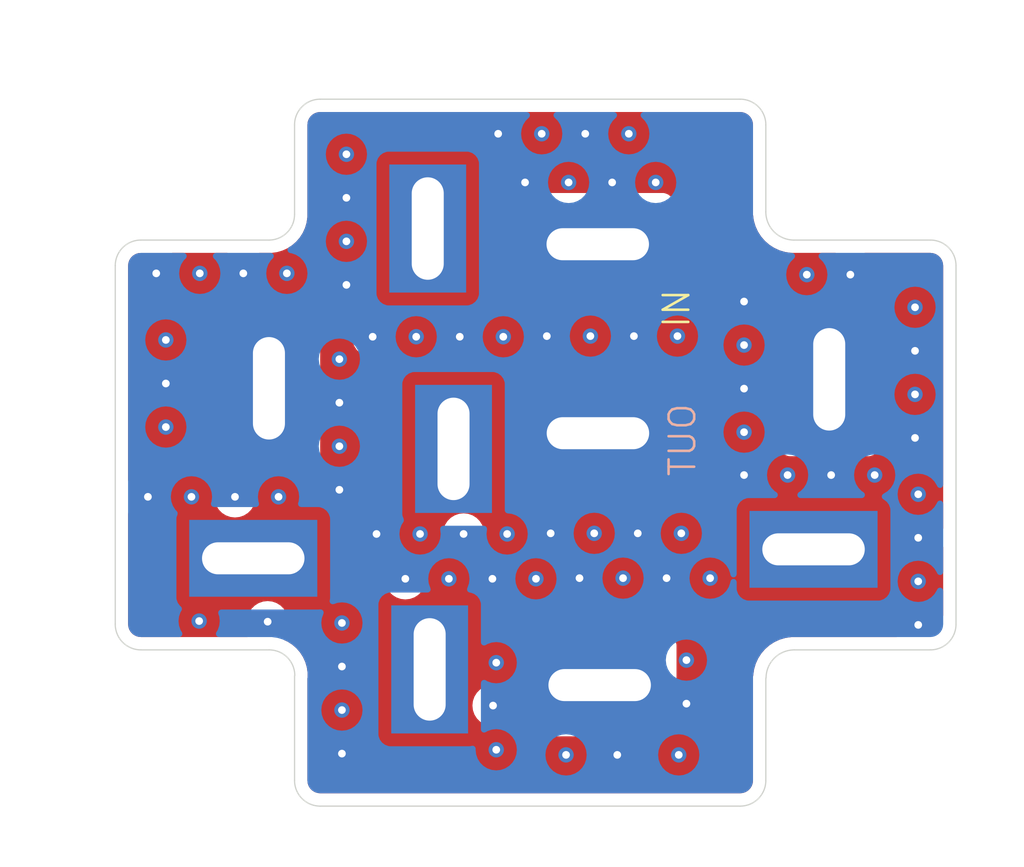
<source format=kicad_pcb>
(kicad_pcb (version 20240108) (generator "pcbnew") (generator_version "8.0")
  (layers (0 "F.Cu" signal) (1 "In1.Cu" signal) (2 "In2.Cu" signal) (3 "In3.Cu" signal) (4 "In4.Cu" signal) (31 "B.Cu" signal) (34 "B.Paste" user) (35 "F.Paste" user) (36 "B.SilkS" user "B.Silkscreen") (37 "F.SilkS" user "F.Silkscreen") (38 "B.Mask" user) (39 "F.Mask" user) (44 "Edge.Cuts" user))
  (net 0 "")
  (net 1 "GND")
  (net 2 "Net-(J1-Pin_1)")
  (footprint "deans_fp:Deans Connector Male" (layer "F.Cu") (at 93.8446 51.9033 90)
    (property "Reference" "J1" (hide yes))
    (property "Value" "Conn_01x02")
    (pad "1" thru_hole rect (at 4.25 3.3625 270) (size 5 3) (drill oval 4 1.25) (layers "*.Cu" "*.Mask") (net 2 "Net-(J1-Pin_1)"))
    (pad "2" thru_hole rect (at 4.8625 9) (size 5 3) (drill oval 4 1.25) (layers "*.Cu" "*.Mask") (net 1 "GND"))
  )
  (footprint "deans_fp:Deans Connector Female" (layer "B.Cu") (at 85.1375 54.2875)
    (property "Reference" "J5" (hide yes))
    (property "Value" "Conn_01x02")
    (pad "1" thru_hole rect (at 4.25 -2.3625) (size 5 3) (drill oval 4 1.25) (layers "*.Cu" "*.Mask") (net 2 "Net-(J1-Pin_1)"))
    (pad "2" thru_hole rect (at 4.8625 -9 270) (size 5 3) (drill oval 4 1.25) (layers "*.Cu" "*.Mask") (net 1 "GND"))
  )
  (footprint "deans_fp:Deans Connector Female" (layer "B.Cu") (at 93.9125 52.0125 -90)
    (property "Reference" "J3" (hide yes))
    (property "Value" "Conn_01x02")
    (pad "1" thru_hole rect (at 4.25 -2.3625 270) (size 5 3) (drill oval 4 1.25) (layers "*.Cu" "*.Mask") (net 2 "Net-(J1-Pin_1)"))
    (pad "2" thru_hole rect (at 4.8625 -9 180) (size 5 3) (drill oval 4 1.25) (layers "*.Cu" "*.Mask") (net 1 "GND"))
  )
  (footprint "deans_fp:Deans Connector Female" (layer "B.Cu") (at 107.0125 53.9375)
    (property "Reference" "J4" (hide yes))
    (property "Value" "Conn_01x02")
    (pad "1" thru_hole rect (at 4.25 -2.3625) (size 5 3) (drill oval 4 1.25) (layers "*.Cu" "*.Mask") (net 2 "Net-(J1-Pin_1)"))
    (pad "2" thru_hole rect (at 4.8625 -9 270) (size 5 3) (drill oval 4 1.25) (layers "*.Cu" "*.Mask") (net 1 "GND"))
  )
  (footprint "deans_fp:Deans Connector Female" (layer "B.Cu") (at 93.8375 34.8 -90)
    (property "Reference" "J2" (hide yes))
    (property "Value" "Conn_01x02")
    (pad "1" thru_hole rect (at 4.25 -2.3625 270) (size 5 3) (drill oval 4 1.25) (layers "*.Cu" "*.Mask") (net 2 "Net-(J1-Pin_1)"))
    (pad "2" thru_hole rect (at 4.8625 -9 180) (size 5 3) (drill oval 4 1.25) (layers "*.Cu" "*.Mask") (net 1 "GND"))
  )
  (gr_arc (start 108.4 34) (mid 109.107107 34.292893) (end 109.4 35) (stroke (width 0.05)) (layer "Edge.Cuts"))
  (gr_arc (start 85 55.5) (mid 84.292893 55.207107) (end 84 54.5) (stroke (width 0.05)) (layer "Edge.Cuts"))
  (gr_arc (start 91 35) (mid 91.292893 34.292893) (end 92 34) (stroke (width 0.05)) (layer "Edge.Cuts"))
  (gr_line (start 92 61.6) (end 108.4 61.6) (stroke (width 0.05)) (layer "Edge.Cuts"))
  (gr_arc (start 109.4 60.6) (mid 109.107107 61.307107) (end 108.4 61.6) (stroke (width 0.05)) (layer "Edge.Cuts"))
  (gr_arc (start 91 38.5) (mid 90.707107 39.207107) (end 90 39.5) (stroke (width 0.05)) (layer "Edge.Cuts"))
  (gr_line (start 91 60.6) (end 91 56.501071) (stroke (width 0.05)) (layer "Edge.Cuts"))
  (gr_arc (start 116.825 54.5) (mid 116.532107 55.207107) (end 115.825 55.5) (stroke (width 0.05)) (layer "Edge.Cuts"))
  (gr_arc (start 110.5 39.5) (mid 109.722182 39.177818) (end 109.4 38.4) (stroke (width 0.05)) (layer "Edge.Cuts"))
  (gr_arc (start 109.409369 56.601071) (mid 109.731552 55.823254) (end 110.509369 55.501071) (stroke (width 0.05)) (layer "Edge.Cuts"))
  (gr_line (start 85.009369 55.501071) (end 90.009369 55.501071) (stroke (width 0.05)) (layer "Edge.Cuts"))
  (gr_line (start 84 54.5) (end 84 40.5) (stroke (width 0.05)) (layer "Edge.Cuts"))
  (gr_line (start 116.825 40.5) (end 116.825 54.5) (stroke (width 0.05)) (layer "Edge.Cuts"))
  (gr_line (start 109.4 35) (end 109.4 38.4) (stroke (width 0.05)) (layer "Edge.Cuts"))
  (gr_arc (start 84 40.5) (mid 84.292893 39.792893) (end 85 39.5) (stroke (width 0.05)) (layer "Edge.Cuts"))
  (gr_arc (start 115.825 39.5) (mid 116.532107 39.792893) (end 116.825 40.5) (stroke (width 0.05)) (layer "Edge.Cuts"))
  (gr_line (start 85 39.5) (end 90 39.5) (stroke (width 0.05)) (layer "Edge.Cuts"))
  (gr_line (start 91 35) (end 91 38.5) (stroke (width 0.05)) (layer "Edge.Cuts"))
  (gr_arc (start 90.009369 55.501071) (mid 90.716476 55.793964) (end 91.009369 56.501071) (stroke (width 0.05)) (layer "Edge.Cuts"))
  (gr_line (start 92 34) (end 108.4 34) (stroke (width 0.05)) (layer "Edge.Cuts"))
  (gr_line (start 110.509369 55.501071) (end 115.834369 55.501071) (stroke (width 0.05)) (layer "Edge.Cuts"))
  (gr_line (start 109.4 60.6) (end 109.4 56.601071) (stroke (width 0.05)) (layer "Edge.Cuts"))
  (gr_arc (start 92 61.6) (mid 91.292893 61.307107) (end 91 60.6) (stroke (width 0.05)) (layer "Edge.Cuts"))
  (gr_line (start 110.5 39.5) (end 115.825 39.5) (stroke (width 0.05)) (layer "Edge.Cuts"))
  (gr_text "OUT" (at 106.730388 45.807068 90) (layer "B.SilkS") (effects (font (size 1 1) (thickness 0.1)) (justify left bottom mirror)))
  (gr_text "IN" (at 106.5 43 90) (layer "F.SilkS") (effects (font (size 1 1) (thickness 0.1)) (justify left bottom)))
  (via (at 108.55 48.675) (size 0.6) (drill 0.3) (layers "F.Cu" "B.Cu") (net 1))
  (via (at 100 37.25) (size 0.6) (drill 0.3) (layers "F.Cu" "B.Cu") (net 1))
  (via (at 94.2 50.975) (size 0.6) (drill 0.3) (layers "F.Cu" "B.Cu") (net 1))
  (via (at 93.025 37.85) (size 0.6) (drill 0.3) (layers "F.Cu" "B.Cu") (net 1))
  (via (at 94.05 43.275) (size 0.6) (drill 0.3) (layers "F.Cu" "B.Cu") (net 1))
  (via (at 103.6 59.6) (size 0.6) (drill 0.3) (layers "F.Cu" "B.Cu") (net 1))
  (via (at 85.975 45.1) (size 0.6) (drill 0.3) (layers "F.Cu" "B.Cu") (net 1))
  (via (at 98.75 57.675) (size 0.6) (drill 0.3) (layers "F.Cu" "B.Cu") (net 1))
  (via (at 104.4 50.95) (size 0.6) (drill 0.3) (layers "F.Cu" "B.Cu") (net 1))
  (via (at 105.525 52.7) (size 0.6) (drill 0.3) (layers "F.Cu" "B.Cu") (net 1))
  (via (at 89.95 54.4) (size 0.6) (drill 0.3) (layers "F.Cu" "B.Cu") (net 1))
  (via (at 92.75 45.85) (size 0.6) (drill 0.3) (layers "F.Cu" "B.Cu") (net 1))
  (via (at 98.95 35.35) (size 0.6) (drill 0.3) (layers "F.Cu" "B.Cu") (net 1))
  (via (at 95.325 52.725) (size 0.6) (drill 0.3) (layers "F.Cu" "B.Cu") (net 1))
  (via (at 115.35 51.125) (size 0.6) (drill 0.3) (layers "F.Cu" "B.Cu") (net 1))
  (via (at 115.225 43.825) (size 0.6) (drill 0.3) (layers "F.Cu" "B.Cu") (net 1))
  (via (at 115.225 47.225) (size 0.6) (drill 0.3) (layers "F.Cu" "B.Cu") (net 1))
  (via (at 92.75 49.25) (size 0.6) (drill 0.3) (layers "F.Cu" "B.Cu") (net 1))
  (via (at 108.55 45.3) (size 0.6) (drill 0.3) (layers "F.Cu" "B.Cu") (net 1))
  (via (at 100.85 43.25) (size 0.6) (drill 0.3) (layers "F.Cu" "B.Cu") (net 1))
  (via (at 111.95 48.675) (size 0.6) (drill 0.3) (layers "F.Cu" "B.Cu") (net 1))
  (via (at 103.4 37.25) (size 0.6) (drill 0.3) (layers "F.Cu" "B.Cu") (net 1))
  (via (at 97.45 43.275) (size 0.6) (drill 0.3) (layers "F.Cu" "B.Cu") (net 1))
  (via (at 102.125 52.7) (size 0.6) (drill 0.3) (layers "F.Cu" "B.Cu") (net 1))
  (via (at 85.275 49.525) (size 0.6) (drill 0.3) (layers "F.Cu" "B.Cu") (net 1))
  (via (at 97.6 50.975) (size 0.6) (drill 0.3) (layers "F.Cu" "B.Cu") (net 1))
  (via (at 89 40.8) (size 0.6) (drill 0.3) (layers "F.Cu" "B.Cu") (net 1))
  (via (at 93.025 41.25) (size 0.6) (drill 0.3) (layers "F.Cu" "B.Cu") (net 1))
  (via (at 92.85 59.55) (size 0.6) (drill 0.3) (layers "F.Cu" "B.Cu") (net 1))
  (via (at 115.35 54.525) (size 0.6) (drill 0.3) (layers "F.Cu" "B.Cu") (net 1))
  (via (at 104.25 43.25) (size 0.6) (drill 0.3) (layers "F.Cu" "B.Cu") (net 1))
  (via (at 112.7 40.85) (size 0.6) (drill 0.3) (layers "F.Cu" "B.Cu") (net 1))
  (via (at 106.3 57.6) (size 0.6) (drill 0.3) (layers "F.Cu" "B.Cu") (net 1))
  (via (at 102.35 35.35) (size 0.6) (drill 0.3) (layers "F.Cu" "B.Cu") (net 1))
  (via (at 88.675 49.525) (size 0.6) (drill 0.3) (layers "F.Cu" "B.Cu") (net 1))
  (via (at 92.85 56.15) (size 0.6) (drill 0.3) (layers "F.Cu" "B.Cu") (net 1))
  (via (at 101 50.95) (size 0.6) (drill 0.3) (layers "F.Cu" "B.Cu") (net 1))
  (via (at 108.55 41.9) (size 0.6) (drill 0.3) (layers "F.Cu" "B.Cu") (net 1))
  (via (at 98.725 52.725) (size 0.6) (drill 0.3) (layers "F.Cu" "B.Cu") (net 1))
  (via (at 85.6 40.8) (size 0.6) (drill 0.3) (layers "F.Cu" "B.Cu") (net 1))
  (via (at 98.875 59.4) (size 0.6) (drill 0.3) (layers "F.Cu" "B.Cu") (net 2))
  (via (at 102.55 43.25) (size 0.6) (drill 0.3) (layers "F.Cu" "B.Cu") (net 2))
  (via (at 93.025 39.55) (size 0.6) (drill 0.3) (layers "F.Cu" "B.Cu") (net 2))
  (via (at 115.35 52.825) (size 0.6) (drill 0.3) (layers "F.Cu" "B.Cu") (net 2))
  (via (at 100.425 52.725) (size 0.6) (drill 0.3) (layers "F.Cu" "B.Cu") (net 2))
  (via (at 92.75 44.15) (size 0.6) (drill 0.3) (layers "F.Cu" "B.Cu") (net 2))
  (via (at 102.7 50.95) (size 0.6) (drill 0.3) (layers "F.Cu" "B.Cu") (net 2))
  (via (at 105.95 43.25) (size 0.6) (drill 0.3) (layers "F.Cu" "B.Cu") (net 2))
  (via (at 92.85 54.45) (size 0.6) (drill 0.3) (layers "F.Cu" "B.Cu") (net 2))
  (via (at 97.025 52.725) (size 0.6) (drill 0.3) (layers "F.Cu" "B.Cu") (net 2))
  (via (at 108.55 47) (size 0.6) (drill 0.3) (layers "F.Cu" "B.Cu") (net 2))
  (via (at 92.85 57.85) (size 0.6) (drill 0.3) (layers "F.Cu" "B.Cu") (net 2))
  (via (at 85.975 46.8) (size 0.6) (drill 0.3) (layers "F.Cu" "B.Cu") (net 2))
  (via (at 106.1 50.95) (size 0.6) (drill 0.3) (layers "F.Cu" "B.Cu") (net 2))
  (via (at 87.3 40.8) (size 0.6) (drill 0.3) (layers "F.Cu" "B.Cu") (net 2))
  (via (at 95.75 43.275) (size 0.6) (drill 0.3) (layers "F.Cu" "B.Cu") (net 2))
  (via (at 87.275 54.375) (size 0.6) (drill 0.3) (layers "F.Cu" "B.Cu") (net 2))
  (via (at 110.25 48.675) (size 0.6) (drill 0.3) (layers "F.Cu" "B.Cu") (net 2))
  (via (at 100.65 35.35) (size 0.6) (drill 0.3) (layers "F.Cu" "B.Cu") (net 2))
  (via (at 106.3 55.9) (size 0.6) (drill 0.3) (layers "F.Cu" "B.Cu") (net 2))
  (via (at 111 40.85) (size 0.6) (drill 0.3) (layers "F.Cu" "B.Cu") (net 2))
  (via (at 93.025 36.15) (size 0.6) (drill 0.3) (layers "F.Cu" "B.Cu") (net 2))
  (via (at 103.825 52.7) (size 0.6) (drill 0.3) (layers "F.Cu" "B.Cu") (net 2))
  (via (at 108.55 43.6) (size 0.6) (drill 0.3) (layers "F.Cu" "B.Cu") (net 2))
  (via (at 86.975 49.525) (size 0.6) (drill 0.3) (layers "F.Cu" "B.Cu") (net 2))
  (via (at 115.35 49.425) (size 0.6) (drill 0.3) (layers "F.Cu" "B.Cu") (net 2))
  (via (at 95.9 50.975) (size 0.6) (drill 0.3) (layers "F.Cu" "B.Cu") (net 2))
  (via (at 99.15 43.275) (size 0.6) (drill 0.3) (layers "F.Cu" "B.Cu") (net 2))
  (via (at 92.75 47.55) (size 0.6) (drill 0.3) (layers "F.Cu" "B.Cu") (net 2))
  (via (at 99.3 50.975) (size 0.6) (drill 0.3) (layers "F.Cu" "B.Cu") (net 2))
  (via (at 107.225 52.7) (size 0.6) (drill 0.3) (layers "F.Cu" "B.Cu") (net 2))
  (via (at 106 59.6) (size 0.6) (drill 0.3) (layers "F.Cu" "B.Cu") (net 2))
  (via (at 115.225 45.525) (size 0.6) (drill 0.3) (layers "F.Cu" "B.Cu") (net 2))
  (via (at 115.225 42.125) (size 0.6) (drill 0.3) (layers "F.Cu" "B.Cu") (net 2))
  (via (at 90.375 49.525) (size 0.6) (drill 0.3) (layers "F.Cu" "B.Cu") (net 2))
  (via (at 105.1 37.25) (size 0.6) (drill 0.3) (layers "F.Cu" "B.Cu") (net 2))
  (via (at 98.875 56) (size 0.6) (drill 0.3) (layers "F.Cu" "B.Cu") (net 2))
  (via (at 90.7 40.8) (size 0.6) (drill 0.3) (layers "F.Cu" "B.Cu") (net 2))
  (via (at 104.05 35.35) (size 0.6) (drill 0.3) (layers "F.Cu" "B.Cu") (net 2))
  (via (at 113.65 48.675) (size 0.6) (drill 0.3) (layers "F.Cu" "B.Cu") (net 2))
  (via (at 101.6 59.6) (size 0.6) (drill 0.3) (layers "F.Cu" "B.Cu") (net 2))
  (via (at 101.7 37.25) (size 0.6) (drill 0.3) (layers "F.Cu" "B.Cu") (net 2))
  (via (at 85.975 43.4) (size 0.6) (drill 0.3) (layers "F.Cu" "B.Cu") (net 2))
  (zone (net 2) (net_name "Net-(J1-Pin_1)") (layers "F.Cu" "In1.Cu" "In2.Cu") (connect_pads yes (clearance 0.5)) (min_thickness 0.25) (fill yes (thermal_gap 0.5) (thermal_bridge_width 0.5) (island_removal_mode 1) (island_area_min 10))
    (polygon (pts (xy 118 64) (xy 83.025 64) (xy 81.975 62.95) (xy 81.975 36.725) (xy 86.7 32) (xy 118 32)))
  )
  (zone (net 1) (net_name "GND") (layers "In3.Cu" "In4.Cu" "B.Cu") (priority 1) (connect_pads yes (clearance 0.5)) (min_thickness 0.25) (fill yes (thermal_gap 0.5) (thermal_bridge_width 0.5) (island_removal_mode 1) (island_area_min 10))
    (polygon (pts (xy 79.5 32) (xy 119.5 32) (xy 119.5 64) (xy 79.5 64)))
  )
)
</source>
